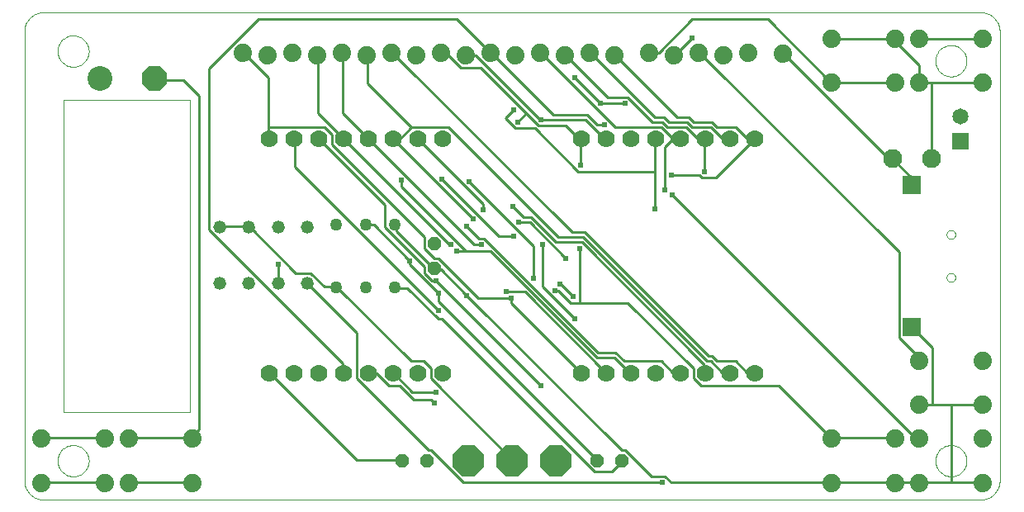
<source format=gtl>
G75*
G70*
%OFA0B0*%
%FSLAX24Y24*%
%IPPOS*%
%LPD*%
%AMOC8*
5,1,8,0,0,1.08239X$1,22.5*
%
%ADD10C,0.0000*%
%ADD11C,0.0700*%
%ADD12R,0.0760X0.0760*%
%ADD13C,0.0650*%
%ADD14R,0.0650X0.0650*%
%ADD15OC8,0.1000*%
%ADD16C,0.1000*%
%ADD17C,0.0500*%
%ADD18OC8,0.1266*%
%ADD19OC8,0.0520*%
%ADD20C,0.0768*%
%ADD21C,0.0740*%
%ADD22C,0.0520*%
%ADD23C,0.0100*%
%ADD24C,0.0240*%
D10*
X000887Y000100D02*
X038683Y000100D01*
X038737Y000102D01*
X038790Y000107D01*
X038843Y000116D01*
X038895Y000129D01*
X038947Y000145D01*
X038997Y000165D01*
X039045Y000188D01*
X039092Y000215D01*
X039137Y000244D01*
X039180Y000277D01*
X039220Y000312D01*
X039258Y000350D01*
X039293Y000390D01*
X039326Y000433D01*
X039355Y000478D01*
X039382Y000525D01*
X039405Y000573D01*
X039425Y000623D01*
X039441Y000675D01*
X039454Y000727D01*
X039463Y000780D01*
X039468Y000833D01*
X039470Y000887D01*
X039470Y018998D01*
X039468Y019052D01*
X039463Y019105D01*
X039454Y019158D01*
X039441Y019210D01*
X039425Y019262D01*
X039405Y019312D01*
X039382Y019360D01*
X039355Y019407D01*
X039326Y019452D01*
X039293Y019495D01*
X039258Y019535D01*
X039220Y019573D01*
X039180Y019608D01*
X039137Y019641D01*
X039092Y019670D01*
X039045Y019697D01*
X038997Y019720D01*
X038947Y019740D01*
X038895Y019756D01*
X038843Y019769D01*
X038790Y019778D01*
X038737Y019783D01*
X038683Y019785D01*
X000887Y019785D01*
X000833Y019783D01*
X000780Y019778D01*
X000727Y019769D01*
X000675Y019756D01*
X000623Y019740D01*
X000573Y019720D01*
X000525Y019697D01*
X000478Y019670D01*
X000433Y019641D01*
X000390Y019608D01*
X000350Y019573D01*
X000312Y019535D01*
X000277Y019495D01*
X000244Y019452D01*
X000215Y019407D01*
X000188Y019360D01*
X000165Y019312D01*
X000145Y019262D01*
X000129Y019210D01*
X000116Y019158D01*
X000107Y019105D01*
X000102Y019052D01*
X000100Y018998D01*
X000100Y000887D01*
X000102Y000833D01*
X000107Y000780D01*
X000116Y000727D01*
X000129Y000675D01*
X000145Y000623D01*
X000165Y000573D01*
X000188Y000525D01*
X000215Y000478D01*
X000244Y000433D01*
X000277Y000390D01*
X000312Y000350D01*
X000350Y000312D01*
X000390Y000277D01*
X000433Y000244D01*
X000478Y000215D01*
X000525Y000188D01*
X000573Y000165D01*
X000623Y000145D01*
X000675Y000129D01*
X000727Y000116D01*
X000780Y000107D01*
X000833Y000102D01*
X000887Y000100D01*
X001439Y001675D02*
X001441Y001725D01*
X001447Y001775D01*
X001457Y001824D01*
X001471Y001872D01*
X001488Y001919D01*
X001509Y001964D01*
X001534Y002008D01*
X001562Y002049D01*
X001594Y002088D01*
X001628Y002125D01*
X001665Y002159D01*
X001705Y002189D01*
X001747Y002216D01*
X001791Y002240D01*
X001837Y002261D01*
X001884Y002277D01*
X001932Y002290D01*
X001982Y002299D01*
X002031Y002304D01*
X002082Y002305D01*
X002132Y002302D01*
X002181Y002295D01*
X002230Y002284D01*
X002278Y002269D01*
X002324Y002251D01*
X002369Y002229D01*
X002412Y002203D01*
X002453Y002174D01*
X002492Y002142D01*
X002528Y002107D01*
X002560Y002069D01*
X002590Y002029D01*
X002617Y001986D01*
X002640Y001942D01*
X002659Y001896D01*
X002675Y001848D01*
X002687Y001799D01*
X002695Y001750D01*
X002699Y001700D01*
X002699Y001650D01*
X002695Y001600D01*
X002687Y001551D01*
X002675Y001502D01*
X002659Y001454D01*
X002640Y001408D01*
X002617Y001364D01*
X002590Y001321D01*
X002560Y001281D01*
X002528Y001243D01*
X002492Y001208D01*
X002453Y001176D01*
X002412Y001147D01*
X002369Y001121D01*
X002324Y001099D01*
X002278Y001081D01*
X002230Y001066D01*
X002181Y001055D01*
X002132Y001048D01*
X002082Y001045D01*
X002031Y001046D01*
X001982Y001051D01*
X001932Y001060D01*
X001884Y001073D01*
X001837Y001089D01*
X001791Y001110D01*
X001747Y001134D01*
X001705Y001161D01*
X001665Y001191D01*
X001628Y001225D01*
X001594Y001262D01*
X001562Y001301D01*
X001534Y001342D01*
X001509Y001386D01*
X001488Y001431D01*
X001471Y001478D01*
X001457Y001526D01*
X001447Y001575D01*
X001441Y001625D01*
X001439Y001675D01*
X001675Y003643D02*
X001675Y016242D01*
X006793Y016242D01*
X006793Y003643D01*
X001675Y003643D01*
X001439Y018210D02*
X001441Y018260D01*
X001447Y018310D01*
X001457Y018359D01*
X001471Y018407D01*
X001488Y018454D01*
X001509Y018499D01*
X001534Y018543D01*
X001562Y018584D01*
X001594Y018623D01*
X001628Y018660D01*
X001665Y018694D01*
X001705Y018724D01*
X001747Y018751D01*
X001791Y018775D01*
X001837Y018796D01*
X001884Y018812D01*
X001932Y018825D01*
X001982Y018834D01*
X002031Y018839D01*
X002082Y018840D01*
X002132Y018837D01*
X002181Y018830D01*
X002230Y018819D01*
X002278Y018804D01*
X002324Y018786D01*
X002369Y018764D01*
X002412Y018738D01*
X002453Y018709D01*
X002492Y018677D01*
X002528Y018642D01*
X002560Y018604D01*
X002590Y018564D01*
X002617Y018521D01*
X002640Y018477D01*
X002659Y018431D01*
X002675Y018383D01*
X002687Y018334D01*
X002695Y018285D01*
X002699Y018235D01*
X002699Y018185D01*
X002695Y018135D01*
X002687Y018086D01*
X002675Y018037D01*
X002659Y017989D01*
X002640Y017943D01*
X002617Y017899D01*
X002590Y017856D01*
X002560Y017816D01*
X002528Y017778D01*
X002492Y017743D01*
X002453Y017711D01*
X002412Y017682D01*
X002369Y017656D01*
X002324Y017634D01*
X002278Y017616D01*
X002230Y017601D01*
X002181Y017590D01*
X002132Y017583D01*
X002082Y017580D01*
X002031Y017581D01*
X001982Y017586D01*
X001932Y017595D01*
X001884Y017608D01*
X001837Y017624D01*
X001791Y017645D01*
X001747Y017669D01*
X001705Y017696D01*
X001665Y017726D01*
X001628Y017760D01*
X001594Y017797D01*
X001562Y017836D01*
X001534Y017877D01*
X001509Y017921D01*
X001488Y017966D01*
X001471Y018013D01*
X001457Y018061D01*
X001447Y018110D01*
X001441Y018160D01*
X001439Y018210D01*
X036872Y017817D02*
X036874Y017867D01*
X036880Y017917D01*
X036890Y017966D01*
X036904Y018014D01*
X036921Y018061D01*
X036942Y018106D01*
X036967Y018150D01*
X036995Y018191D01*
X037027Y018230D01*
X037061Y018267D01*
X037098Y018301D01*
X037138Y018331D01*
X037180Y018358D01*
X037224Y018382D01*
X037270Y018403D01*
X037317Y018419D01*
X037365Y018432D01*
X037415Y018441D01*
X037464Y018446D01*
X037515Y018447D01*
X037565Y018444D01*
X037614Y018437D01*
X037663Y018426D01*
X037711Y018411D01*
X037757Y018393D01*
X037802Y018371D01*
X037845Y018345D01*
X037886Y018316D01*
X037925Y018284D01*
X037961Y018249D01*
X037993Y018211D01*
X038023Y018171D01*
X038050Y018128D01*
X038073Y018084D01*
X038092Y018038D01*
X038108Y017990D01*
X038120Y017941D01*
X038128Y017892D01*
X038132Y017842D01*
X038132Y017792D01*
X038128Y017742D01*
X038120Y017693D01*
X038108Y017644D01*
X038092Y017596D01*
X038073Y017550D01*
X038050Y017506D01*
X038023Y017463D01*
X037993Y017423D01*
X037961Y017385D01*
X037925Y017350D01*
X037886Y017318D01*
X037845Y017289D01*
X037802Y017263D01*
X037757Y017241D01*
X037711Y017223D01*
X037663Y017208D01*
X037614Y017197D01*
X037565Y017190D01*
X037515Y017187D01*
X037464Y017188D01*
X037415Y017193D01*
X037365Y017202D01*
X037317Y017215D01*
X037270Y017231D01*
X037224Y017252D01*
X037180Y017276D01*
X037138Y017303D01*
X037098Y017333D01*
X037061Y017367D01*
X037027Y017404D01*
X036995Y017443D01*
X036967Y017484D01*
X036942Y017528D01*
X036921Y017573D01*
X036904Y017620D01*
X036890Y017668D01*
X036880Y017717D01*
X036874Y017767D01*
X036872Y017817D01*
X037325Y010809D02*
X037327Y010835D01*
X037333Y010861D01*
X037343Y010886D01*
X037356Y010909D01*
X037372Y010929D01*
X037392Y010947D01*
X037414Y010962D01*
X037437Y010974D01*
X037463Y010982D01*
X037489Y010986D01*
X037515Y010986D01*
X037541Y010982D01*
X037567Y010974D01*
X037591Y010962D01*
X037612Y010947D01*
X037632Y010929D01*
X037648Y010909D01*
X037661Y010886D01*
X037671Y010861D01*
X037677Y010835D01*
X037679Y010809D01*
X037677Y010783D01*
X037671Y010757D01*
X037661Y010732D01*
X037648Y010709D01*
X037632Y010689D01*
X037612Y010671D01*
X037590Y010656D01*
X037567Y010644D01*
X037541Y010636D01*
X037515Y010632D01*
X037489Y010632D01*
X037463Y010636D01*
X037437Y010644D01*
X037413Y010656D01*
X037392Y010671D01*
X037372Y010689D01*
X037356Y010709D01*
X037343Y010732D01*
X037333Y010757D01*
X037327Y010783D01*
X037325Y010809D01*
X037325Y009076D02*
X037327Y009102D01*
X037333Y009128D01*
X037343Y009153D01*
X037356Y009176D01*
X037372Y009196D01*
X037392Y009214D01*
X037414Y009229D01*
X037437Y009241D01*
X037463Y009249D01*
X037489Y009253D01*
X037515Y009253D01*
X037541Y009249D01*
X037567Y009241D01*
X037591Y009229D01*
X037612Y009214D01*
X037632Y009196D01*
X037648Y009176D01*
X037661Y009153D01*
X037671Y009128D01*
X037677Y009102D01*
X037679Y009076D01*
X037677Y009050D01*
X037671Y009024D01*
X037661Y008999D01*
X037648Y008976D01*
X037632Y008956D01*
X037612Y008938D01*
X037590Y008923D01*
X037567Y008911D01*
X037541Y008903D01*
X037515Y008899D01*
X037489Y008899D01*
X037463Y008903D01*
X037437Y008911D01*
X037413Y008923D01*
X037392Y008938D01*
X037372Y008956D01*
X037356Y008976D01*
X037343Y008999D01*
X037333Y009024D01*
X037327Y009050D01*
X037325Y009076D01*
X036872Y001675D02*
X036874Y001725D01*
X036880Y001775D01*
X036890Y001824D01*
X036904Y001872D01*
X036921Y001919D01*
X036942Y001964D01*
X036967Y002008D01*
X036995Y002049D01*
X037027Y002088D01*
X037061Y002125D01*
X037098Y002159D01*
X037138Y002189D01*
X037180Y002216D01*
X037224Y002240D01*
X037270Y002261D01*
X037317Y002277D01*
X037365Y002290D01*
X037415Y002299D01*
X037464Y002304D01*
X037515Y002305D01*
X037565Y002302D01*
X037614Y002295D01*
X037663Y002284D01*
X037711Y002269D01*
X037757Y002251D01*
X037802Y002229D01*
X037845Y002203D01*
X037886Y002174D01*
X037925Y002142D01*
X037961Y002107D01*
X037993Y002069D01*
X038023Y002029D01*
X038050Y001986D01*
X038073Y001942D01*
X038092Y001896D01*
X038108Y001848D01*
X038120Y001799D01*
X038128Y001750D01*
X038132Y001700D01*
X038132Y001650D01*
X038128Y001600D01*
X038120Y001551D01*
X038108Y001502D01*
X038092Y001454D01*
X038073Y001408D01*
X038050Y001364D01*
X038023Y001321D01*
X037993Y001281D01*
X037961Y001243D01*
X037925Y001208D01*
X037886Y001176D01*
X037845Y001147D01*
X037802Y001121D01*
X037757Y001099D01*
X037711Y001081D01*
X037663Y001066D01*
X037614Y001055D01*
X037565Y001048D01*
X037515Y001045D01*
X037464Y001046D01*
X037415Y001051D01*
X037365Y001060D01*
X037317Y001073D01*
X037270Y001089D01*
X037224Y001110D01*
X037180Y001134D01*
X037138Y001161D01*
X037098Y001191D01*
X037061Y001225D01*
X037027Y001262D01*
X036995Y001301D01*
X036967Y001342D01*
X036942Y001386D01*
X036921Y001431D01*
X036904Y001478D01*
X036890Y001526D01*
X036880Y001575D01*
X036874Y001625D01*
X036872Y001675D01*
D11*
X029584Y005218D03*
X028584Y005218D03*
X027584Y005218D03*
X026584Y005218D03*
X025584Y005218D03*
X024584Y005218D03*
X023584Y005218D03*
X022584Y005218D03*
X016986Y005218D03*
X015986Y005218D03*
X014986Y005218D03*
X013986Y005218D03*
X012986Y005218D03*
X011986Y005218D03*
X010986Y005218D03*
X009986Y005218D03*
X009986Y014667D03*
X010986Y014667D03*
X011986Y014667D03*
X012986Y014667D03*
X013986Y014667D03*
X014986Y014667D03*
X015986Y014667D03*
X016986Y014667D03*
X022584Y014667D03*
X023584Y014667D03*
X024584Y014667D03*
X025584Y014667D03*
X026584Y014667D03*
X027584Y014667D03*
X028584Y014667D03*
X029584Y014667D03*
D12*
X035927Y012818D03*
X035927Y007068D03*
D13*
X037895Y015561D03*
D14*
X037895Y014561D03*
D15*
X005336Y017092D03*
D16*
X003155Y017092D03*
D17*
X012698Y011222D03*
X013880Y011222D03*
X015061Y011222D03*
X015061Y008663D03*
X013880Y008663D03*
X012698Y008663D03*
D18*
X018013Y001675D03*
X019785Y001675D03*
X021557Y001675D03*
D19*
X023222Y001675D03*
X024222Y001675D03*
X016348Y001675D03*
X015348Y001675D03*
X016635Y009443D03*
X016635Y010443D03*
D20*
X035139Y013880D03*
X036714Y013880D03*
D21*
X036222Y016927D03*
X035238Y016927D03*
X032678Y016927D03*
X030706Y018100D03*
X029313Y018150D03*
X028313Y018050D03*
X027313Y018150D03*
X026313Y018050D03*
X025313Y018150D03*
X023919Y018050D03*
X022919Y018150D03*
X021919Y018050D03*
X020919Y018150D03*
X019919Y018050D03*
X018919Y018150D03*
X017919Y018050D03*
X016919Y018150D03*
X015919Y018050D03*
X014919Y018150D03*
X013919Y018050D03*
X012919Y018150D03*
X011919Y018050D03*
X010919Y018150D03*
X009919Y018050D03*
X008919Y018150D03*
X032678Y018707D03*
X035238Y018707D03*
X036222Y018707D03*
X038782Y018707D03*
X038782Y016927D03*
X038782Y005714D03*
X036222Y005714D03*
X036222Y003934D03*
X036222Y002565D03*
X035238Y002565D03*
X032678Y002565D03*
X032678Y000785D03*
X035238Y000785D03*
X036222Y000785D03*
X038782Y000785D03*
X038782Y002565D03*
X038782Y003934D03*
X006892Y002565D03*
X004332Y002565D03*
X003349Y002565D03*
X000789Y002565D03*
X000789Y000785D03*
X003349Y000785D03*
X004332Y000785D03*
X006892Y000785D03*
D22*
X007974Y008836D03*
X009155Y008836D03*
X010336Y008836D03*
X011517Y008836D03*
X011517Y011124D03*
X010336Y011124D03*
X009155Y011124D03*
X007974Y011124D03*
D23*
X008000Y011150D01*
X009150Y011150D01*
X009155Y011124D01*
X009200Y011100D01*
X011050Y009250D01*
X011650Y009250D01*
X012200Y008700D01*
X012650Y008700D01*
X012698Y008663D01*
X012750Y008650D01*
X015700Y005700D01*
X016200Y005700D01*
X016500Y005400D01*
X016500Y005000D01*
X019750Y001750D01*
X019750Y001700D01*
X019785Y001675D01*
X017800Y000800D02*
X016500Y002100D01*
X016400Y002100D01*
X013500Y005000D01*
X013500Y006850D01*
X011550Y008800D01*
X011517Y008836D01*
X010350Y008850D02*
X010336Y008836D01*
X010350Y008850D02*
X010350Y009600D01*
X007550Y011000D02*
X007550Y017500D01*
X009550Y019500D01*
X017550Y019500D01*
X018900Y018150D01*
X018919Y018150D01*
X018950Y018150D01*
X021450Y015650D01*
X022800Y015650D01*
X023200Y015250D01*
X023500Y015250D01*
X023950Y015150D02*
X020950Y018150D01*
X020919Y018150D01*
X021919Y018050D02*
X021950Y018050D01*
X023650Y016350D01*
X024450Y016350D01*
X025450Y015350D01*
X025850Y015350D01*
X026050Y015150D01*
X026800Y015150D01*
X027250Y014700D01*
X027550Y014700D01*
X027584Y014667D01*
X027550Y014650D01*
X027550Y013350D01*
X027350Y013200D02*
X027450Y013100D01*
X028000Y013100D01*
X029550Y014650D01*
X029584Y014667D01*
X029400Y014550D01*
X028800Y015150D01*
X028050Y015150D01*
X027850Y015350D01*
X027100Y015350D01*
X026900Y015550D01*
X026450Y015550D01*
X023950Y018050D01*
X023919Y018050D01*
X022950Y018150D02*
X022919Y018150D01*
X022950Y018150D02*
X025550Y015550D01*
X025900Y015550D01*
X026100Y015350D01*
X026850Y015350D01*
X027050Y015150D01*
X027800Y015150D01*
X028250Y014700D01*
X028550Y014700D01*
X028584Y014667D01*
X026584Y014667D02*
X026550Y014700D01*
X026250Y014700D01*
X026225Y014725D01*
X026200Y014700D01*
X026250Y014650D01*
X025950Y014350D01*
X025950Y012600D01*
X026250Y012400D02*
X036050Y002600D01*
X036200Y002600D01*
X036222Y002565D01*
X035238Y002565D02*
X035200Y002600D01*
X032700Y002600D01*
X032678Y002565D01*
X032650Y002600D01*
X030550Y004700D01*
X027400Y004700D01*
X027100Y005000D01*
X027100Y005400D01*
X024450Y008050D01*
X022500Y008050D01*
X022500Y010250D01*
X022600Y010500D02*
X021550Y010500D01*
X020550Y011500D01*
X020250Y011500D01*
X019800Y011950D01*
X020050Y011300D02*
X020500Y011300D01*
X021950Y009850D01*
X021000Y010400D02*
X021000Y008700D01*
X022300Y007400D01*
X022150Y008050D02*
X022500Y008050D01*
X022150Y008050D02*
X021650Y008550D01*
X021500Y008550D01*
X021700Y008800D02*
X021750Y008800D01*
X022250Y008300D01*
X020650Y009050D02*
X020650Y010350D01*
X018050Y012950D01*
X016950Y013050D02*
X019250Y010750D01*
X019850Y010750D01*
X018900Y010150D02*
X023200Y005850D01*
X023900Y005850D01*
X024550Y005200D01*
X024584Y005218D01*
X023584Y005218D02*
X023550Y005250D01*
X020300Y008500D01*
X019550Y008500D01*
X019750Y008250D02*
X018400Y008250D01*
X016800Y009850D01*
X016650Y009850D01*
X016250Y010250D01*
X016250Y010700D01*
X012500Y014450D01*
X012500Y014850D01*
X012200Y015150D01*
X009950Y015150D01*
X009950Y014700D01*
X009986Y014667D01*
X009950Y015150D02*
X009950Y017150D01*
X008950Y018150D01*
X008919Y018150D01*
X007150Y016400D02*
X006500Y017050D01*
X005350Y017050D01*
X005336Y017092D01*
X007150Y016400D02*
X007150Y002950D01*
X006850Y002650D01*
X006892Y002565D01*
X006850Y002600D01*
X004350Y002600D01*
X004332Y002565D01*
X003349Y002565D02*
X003300Y002600D01*
X000800Y002600D01*
X000789Y002565D01*
X000800Y000800D02*
X000789Y000785D01*
X000800Y000800D02*
X003300Y000800D01*
X003349Y000785D01*
X004332Y000785D02*
X004350Y000800D01*
X006850Y000800D01*
X006892Y000785D01*
X010000Y005200D02*
X013500Y001700D01*
X015300Y001700D01*
X015348Y001675D01*
X017800Y000800D02*
X025850Y000800D01*
X025950Y001050D02*
X026200Y000800D01*
X032650Y000800D01*
X032678Y000785D01*
X032700Y000800D01*
X035200Y000800D01*
X035238Y000785D01*
X035250Y000800D01*
X036200Y000800D01*
X036222Y000785D01*
X036250Y000800D01*
X037500Y000800D01*
X037500Y003950D01*
X036750Y003950D01*
X036750Y006250D01*
X035950Y007050D01*
X035927Y007068D01*
X035400Y006650D02*
X035400Y010100D01*
X027350Y018150D01*
X027313Y018150D01*
X027050Y018750D02*
X026350Y018050D01*
X026313Y018050D01*
X025700Y018150D02*
X027050Y019500D01*
X030100Y019500D01*
X032650Y016950D01*
X032678Y016927D01*
X032700Y016950D01*
X035200Y016950D01*
X035238Y016927D01*
X036200Y016950D02*
X036222Y016927D01*
X036250Y016950D01*
X036700Y016950D01*
X036700Y013900D01*
X036714Y013880D01*
X035900Y013100D02*
X035150Y013850D01*
X035139Y013880D01*
X035100Y013900D01*
X034950Y013900D01*
X030750Y018100D01*
X030706Y018100D01*
X032678Y018707D02*
X032700Y018700D01*
X035200Y018700D01*
X035238Y018707D01*
X035200Y018650D01*
X036200Y017650D01*
X036200Y016950D01*
X036700Y016950D02*
X038750Y016950D01*
X038782Y016927D01*
X038750Y018700D02*
X036250Y018700D01*
X036222Y018707D01*
X038750Y018700D02*
X038782Y018707D01*
X035900Y013100D02*
X035900Y012850D01*
X035927Y012818D01*
X027350Y013200D02*
X026200Y013200D01*
X025550Y013350D02*
X022450Y013350D01*
X020700Y015100D01*
X019900Y015100D01*
X019500Y015500D01*
X019850Y015850D01*
X020350Y015700D02*
X020000Y015350D01*
X020350Y015700D02*
X018500Y017550D01*
X017700Y017550D01*
X017100Y018150D01*
X016919Y018150D01*
X017919Y018050D02*
X018300Y018050D01*
X020900Y015450D01*
X020950Y015450D01*
X022750Y015450D01*
X023550Y014650D01*
X023584Y014667D01*
X023950Y015150D02*
X025800Y015150D01*
X026225Y014725D01*
X025584Y014667D02*
X025550Y014650D01*
X025550Y013350D01*
X025550Y011850D01*
X022700Y010900D02*
X022200Y010900D01*
X014950Y018150D01*
X014919Y018150D01*
X013950Y018050D02*
X013919Y018050D01*
X013950Y018050D02*
X013950Y016900D01*
X015725Y015125D01*
X015750Y015150D01*
X017200Y015150D01*
X021650Y010700D01*
X022650Y010700D01*
X027650Y005700D01*
X027800Y005700D01*
X028250Y005250D01*
X028550Y005250D01*
X028584Y005218D01*
X028800Y005700D02*
X029250Y005250D01*
X029550Y005250D01*
X029584Y005218D01*
X028800Y005700D02*
X028050Y005700D01*
X027850Y005900D01*
X027700Y005900D01*
X022700Y010900D01*
X022600Y010500D02*
X027550Y005550D01*
X027550Y005250D01*
X027584Y005218D01*
X026584Y005218D02*
X026550Y005250D01*
X026250Y005250D01*
X025800Y005700D01*
X024300Y005700D01*
X023950Y006050D01*
X023250Y006050D01*
X018650Y010650D01*
X018450Y010650D01*
X017950Y011150D01*
X018200Y011450D02*
X015000Y014650D01*
X014986Y014667D01*
X015150Y014550D01*
X015725Y015125D01*
X015986Y014667D02*
X016000Y014650D01*
X018600Y012050D01*
X018600Y011800D01*
X018550Y010400D02*
X018250Y010400D01*
X014000Y014650D01*
X013986Y014667D01*
X013950Y014700D01*
X012950Y015700D01*
X012950Y018150D01*
X012919Y018150D01*
X011950Y018050D02*
X011919Y018050D01*
X011950Y018050D02*
X011950Y015700D01*
X012950Y014700D01*
X012986Y014667D01*
X013000Y014650D01*
X017250Y010400D01*
X017300Y010400D01*
X017550Y010150D02*
X017900Y010150D01*
X015300Y012750D01*
X015300Y013000D01*
X014650Y012000D02*
X012000Y014650D01*
X011986Y014667D01*
X011000Y014650D02*
X010986Y014667D01*
X011000Y014650D02*
X011000Y013550D01*
X016800Y007750D01*
X016800Y007400D02*
X016950Y007400D01*
X023100Y001250D01*
X023800Y001250D01*
X024200Y001650D01*
X024222Y001675D01*
X024200Y002100D02*
X017950Y008350D01*
X016900Y009400D01*
X016650Y009400D01*
X016635Y009443D01*
X016600Y009450D01*
X015100Y010950D01*
X015100Y011200D01*
X015061Y011222D01*
X014650Y011100D02*
X014650Y012000D01*
X014650Y011100D02*
X016250Y009500D01*
X016250Y009250D01*
X016550Y008950D01*
X016700Y008950D01*
X020950Y004700D01*
X022550Y005250D02*
X022584Y005218D01*
X022550Y005250D02*
X019750Y008050D01*
X019750Y008250D01*
X016800Y008100D02*
X023200Y001700D01*
X023222Y001675D01*
X024200Y002100D02*
X024350Y002100D01*
X025400Y001050D01*
X025950Y001050D01*
X016650Y004000D02*
X016500Y004150D01*
X015800Y004150D01*
X015250Y004700D01*
X014800Y004700D01*
X014300Y005200D01*
X014000Y005200D01*
X013986Y005218D01*
X012986Y005218D02*
X012950Y005250D01*
X012950Y005600D01*
X007550Y011000D01*
X013880Y011222D02*
X013900Y011200D01*
X014200Y011200D01*
X015650Y009750D01*
X015650Y009600D01*
X016800Y008450D01*
X016800Y008100D01*
X016800Y007400D02*
X015550Y008650D01*
X015100Y008650D01*
X015061Y008663D01*
X017900Y010150D02*
X018900Y010150D01*
X022550Y013600D02*
X022550Y014650D01*
X022584Y014667D01*
X022500Y014650D01*
X021950Y015200D01*
X020850Y015200D01*
X020350Y015700D01*
X022300Y017150D02*
X023350Y016100D01*
X024350Y016100D01*
X025313Y018150D02*
X025700Y018150D01*
X035400Y006650D02*
X036200Y005850D01*
X036200Y005750D01*
X036222Y005714D01*
X036250Y003950D02*
X036222Y003934D01*
X036250Y003950D02*
X036750Y003950D01*
X037500Y003950D02*
X038750Y003950D01*
X038782Y003934D01*
X038750Y000800D02*
X037500Y000800D01*
X038750Y000800D02*
X038782Y000785D01*
X016700Y004450D02*
X015750Y004450D01*
X015000Y005200D01*
X014986Y005218D01*
X010000Y005200D02*
X009986Y005218D01*
D24*
X016700Y004450D03*
X016650Y004000D03*
X020950Y004700D03*
X022300Y007400D03*
X022250Y008300D03*
X021700Y008800D03*
X021500Y008550D03*
X020650Y009050D03*
X019550Y008500D03*
X019750Y008250D03*
X017950Y008350D03*
X016800Y008450D03*
X016700Y008950D03*
X015650Y009750D03*
X017300Y010400D03*
X017550Y010150D03*
X018550Y010400D03*
X019850Y010750D03*
X020050Y011300D03*
X019800Y011950D03*
X018600Y011800D03*
X018200Y011450D03*
X017950Y011150D03*
X021000Y010400D03*
X021950Y009850D03*
X022500Y010250D03*
X025550Y011850D03*
X026250Y012400D03*
X025950Y012600D03*
X026200Y013200D03*
X027550Y013350D03*
X023500Y015250D03*
X023350Y016100D03*
X024350Y016100D03*
X022300Y017150D03*
X019850Y015850D03*
X020000Y015350D03*
X020950Y015450D03*
X022550Y013600D03*
X018050Y012950D03*
X016950Y013050D03*
X015300Y013000D03*
X010350Y009600D03*
X016800Y007750D03*
X025850Y000800D03*
X027050Y018750D03*
M02*

</source>
